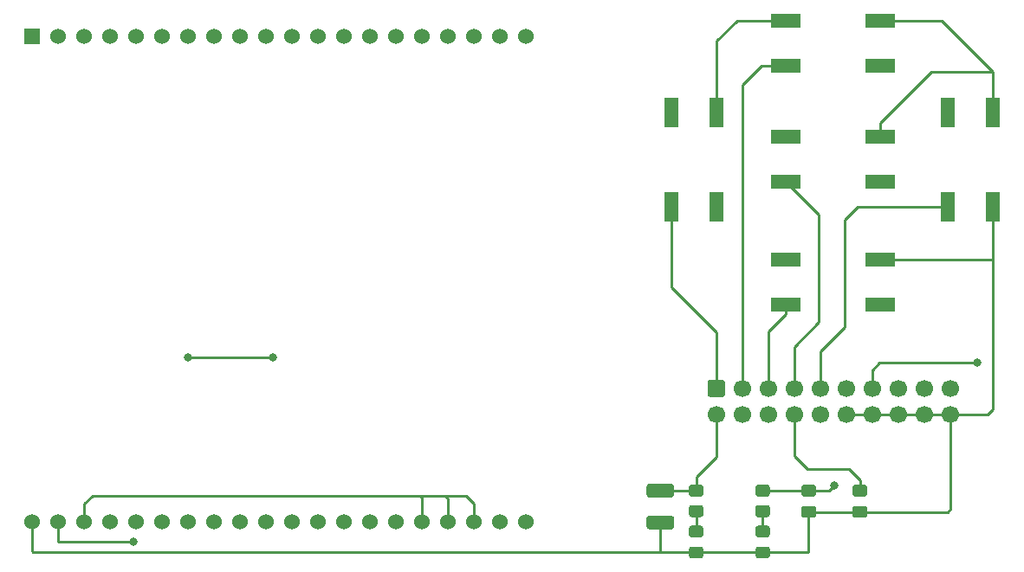
<source format=gbr>
%TF.GenerationSoftware,KiCad,Pcbnew,(5.1.10)-1*%
%TF.CreationDate,2022-03-09T11:46:58-05:00*%
%TF.ProjectId,PacMan-display,5061634d-616e-42d6-9469-73706c61792e,1.0*%
%TF.SameCoordinates,Original*%
%TF.FileFunction,Copper,L1,Top*%
%TF.FilePolarity,Positive*%
%FSLAX46Y46*%
G04 Gerber Fmt 4.6, Leading zero omitted, Abs format (unit mm)*
G04 Created by KiCad (PCBNEW (5.1.10)-1) date 2022-03-09 11:46:58*
%MOMM*%
%LPD*%
G01*
G04 APERTURE LIST*
%TA.AperFunction,ComponentPad*%
%ADD10C,1.524000*%
%TD*%
%TA.AperFunction,ComponentPad*%
%ADD11R,1.524000X1.524000*%
%TD*%
%TA.AperFunction,ComponentPad*%
%ADD12C,1.700000*%
%TD*%
%TA.AperFunction,SMDPad,CuDef*%
%ADD13R,3.000000X1.400000*%
%TD*%
%TA.AperFunction,SMDPad,CuDef*%
%ADD14R,1.400000X3.000000*%
%TD*%
%TA.AperFunction,ViaPad*%
%ADD15C,0.800000*%
%TD*%
%TA.AperFunction,Conductor*%
%ADD16C,0.250000*%
%TD*%
G04 APERTURE END LIST*
%TO.P,R2,2*%
%TO.N,Net-(D2-Pad2)*%
%TA.AperFunction,SMDPad,CuDef*%
G36*
G01*
X168233999Y-119898000D02*
X169134001Y-119898000D01*
G75*
G02*
X169384000Y-120147999I0J-249999D01*
G01*
X169384000Y-120848001D01*
G75*
G02*
X169134001Y-121098000I-249999J0D01*
G01*
X168233999Y-121098000D01*
G75*
G02*
X167984000Y-120848001I0J249999D01*
G01*
X167984000Y-120147999D01*
G75*
G02*
X168233999Y-119898000I249999J0D01*
G01*
G37*
%TD.AperFunction*%
%TO.P,R2,1*%
%TO.N,/TS_ACTIVE*%
%TA.AperFunction,SMDPad,CuDef*%
G36*
G01*
X168233999Y-117898000D02*
X169134001Y-117898000D01*
G75*
G02*
X169384000Y-118147999I0J-249999D01*
G01*
X169384000Y-118848001D01*
G75*
G02*
X169134001Y-119098000I-249999J0D01*
G01*
X168233999Y-119098000D01*
G75*
G02*
X167984000Y-118848001I0J249999D01*
G01*
X167984000Y-118147999D01*
G75*
G02*
X168233999Y-117898000I249999J0D01*
G01*
G37*
%TD.AperFunction*%
%TD*%
%TO.P,D2,2*%
%TO.N,Net-(D2-Pad2)*%
%TA.AperFunction,SMDPad,CuDef*%
G36*
G01*
X169134001Y-123073000D02*
X168233999Y-123073000D01*
G75*
G02*
X167984000Y-122823001I0J249999D01*
G01*
X167984000Y-122172999D01*
G75*
G02*
X168233999Y-121923000I249999J0D01*
G01*
X169134001Y-121923000D01*
G75*
G02*
X169384000Y-122172999I0J-249999D01*
G01*
X169384000Y-122823001D01*
G75*
G02*
X169134001Y-123073000I-249999J0D01*
G01*
G37*
%TD.AperFunction*%
%TO.P,D2,1*%
%TO.N,GND*%
%TA.AperFunction,SMDPad,CuDef*%
G36*
G01*
X169134001Y-125123000D02*
X168233999Y-125123000D01*
G75*
G02*
X167984000Y-124873001I0J249999D01*
G01*
X167984000Y-124222999D01*
G75*
G02*
X168233999Y-123973000I249999J0D01*
G01*
X169134001Y-123973000D01*
G75*
G02*
X169384000Y-124222999I0J-249999D01*
G01*
X169384000Y-124873001D01*
G75*
G02*
X169134001Y-125123000I-249999J0D01*
G01*
G37*
%TD.AperFunction*%
%TD*%
%TO.P,D1,2*%
%TO.N,Net-(D1-Pad2)*%
%TA.AperFunction,SMDPad,CuDef*%
G36*
G01*
X162634001Y-123073000D02*
X161733999Y-123073000D01*
G75*
G02*
X161484000Y-122823001I0J249999D01*
G01*
X161484000Y-122172999D01*
G75*
G02*
X161733999Y-121923000I249999J0D01*
G01*
X162634001Y-121923000D01*
G75*
G02*
X162884000Y-122172999I0J-249999D01*
G01*
X162884000Y-122823001D01*
G75*
G02*
X162634001Y-123073000I-249999J0D01*
G01*
G37*
%TD.AperFunction*%
%TO.P,D1,1*%
%TO.N,GND*%
%TA.AperFunction,SMDPad,CuDef*%
G36*
G01*
X162634001Y-125123000D02*
X161733999Y-125123000D01*
G75*
G02*
X161484000Y-124873001I0J249999D01*
G01*
X161484000Y-124222999D01*
G75*
G02*
X161733999Y-123973000I249999J0D01*
G01*
X162634001Y-123973000D01*
G75*
G02*
X162884000Y-124222999I0J-249999D01*
G01*
X162884000Y-124873001D01*
G75*
G02*
X162634001Y-125123000I-249999J0D01*
G01*
G37*
%TD.AperFunction*%
%TD*%
%TO.P,C3,2*%
%TO.N,GND*%
%TA.AperFunction,SMDPad,CuDef*%
G36*
G01*
X177709000Y-119985500D02*
X178659000Y-119985500D01*
G75*
G02*
X178909000Y-120235500I0J-250000D01*
G01*
X178909000Y-120910500D01*
G75*
G02*
X178659000Y-121160500I-250000J0D01*
G01*
X177709000Y-121160500D01*
G75*
G02*
X177459000Y-120910500I0J250000D01*
G01*
X177459000Y-120235500D01*
G75*
G02*
X177709000Y-119985500I250000J0D01*
G01*
G37*
%TD.AperFunction*%
%TO.P,C3,1*%
%TO.N,+3V3*%
%TA.AperFunction,SMDPad,CuDef*%
G36*
G01*
X177709000Y-117910500D02*
X178659000Y-117910500D01*
G75*
G02*
X178909000Y-118160500I0J-250000D01*
G01*
X178909000Y-118835500D01*
G75*
G02*
X178659000Y-119085500I-250000J0D01*
G01*
X177709000Y-119085500D01*
G75*
G02*
X177459000Y-118835500I0J250000D01*
G01*
X177459000Y-118160500D01*
G75*
G02*
X177709000Y-117910500I250000J0D01*
G01*
G37*
%TD.AperFunction*%
%TD*%
D10*
%TO.P,U1,40*%
%TO.N,Net-(U1-Pad40)*%
X145556000Y-121536000D03*
%TO.P,U1,39*%
%TO.N,Net-(U1-Pad39)*%
X143016000Y-121536000D03*
%TO.P,U1,38*%
%TO.N,/DISP_3V3*%
X140476000Y-121536000D03*
%TO.P,U1,37*%
X137936000Y-121536000D03*
%TO.P,U1,36*%
X135396000Y-121536000D03*
%TO.P,U1,35*%
%TO.N,Net-(U1-Pad35)*%
X132856000Y-121536000D03*
%TO.P,U1,34*%
%TO.N,Net-(U1-Pad34)*%
X130316000Y-121536000D03*
%TO.P,U1,33*%
%TO.N,Net-(U1-Pad33)*%
X127776000Y-121536000D03*
%TO.P,U1,32*%
%TO.N,Net-(U1-Pad32)*%
X125236000Y-121536000D03*
%TO.P,U1,31*%
%TO.N,Net-(U1-Pad31)*%
X122696000Y-121536000D03*
%TO.P,U1,30*%
%TO.N,Net-(U1-Pad30)*%
X120156000Y-121536000D03*
%TO.P,U1,29*%
%TO.N,/DISP_RST*%
X117616000Y-121536000D03*
%TO.P,U1,28*%
%TO.N,/DISP_DC*%
X115076000Y-121536000D03*
%TO.P,U1,27*%
%TO.N,/DISP_CS*%
X112536000Y-121536000D03*
%TO.P,U1,26*%
%TO.N,/DISP_MOSI*%
X109996000Y-121536000D03*
%TO.P,U1,25*%
%TO.N,Net-(U1-Pad25)*%
X107456000Y-121536000D03*
%TO.P,U1,24*%
%TO.N,/DISP_CLK*%
X104916000Y-121536000D03*
%TO.P,U1,23*%
%TO.N,/DISP_3V3*%
X102376000Y-121536000D03*
%TO.P,U1,22*%
%TO.N,+3V3*%
X99836000Y-121536000D03*
%TO.P,U1,21*%
%TO.N,GND*%
X97296000Y-121536000D03*
%TO.P,U1,20*%
%TO.N,Net-(U1-Pad20)*%
X145556000Y-74038000D03*
%TO.P,U1,19*%
%TO.N,Net-(U1-Pad19)*%
X143016000Y-74038000D03*
%TO.P,U1,18*%
%TO.N,Net-(U1-Pad18)*%
X140476000Y-74038000D03*
%TO.P,U1,17*%
%TO.N,Net-(U1-Pad17)*%
X137936000Y-74038000D03*
%TO.P,U1,16*%
%TO.N,Net-(U1-Pad16)*%
X135396000Y-74038000D03*
%TO.P,U1,15*%
%TO.N,Net-(U1-Pad15)*%
X132856000Y-74038000D03*
%TO.P,U1,14*%
%TO.N,Net-(U1-Pad14)*%
X130316000Y-74038000D03*
%TO.P,U1,13*%
%TO.N,Net-(U1-Pad13)*%
X127776000Y-74038000D03*
%TO.P,U1,12*%
%TO.N,Net-(U1-Pad12)*%
X125236000Y-74038000D03*
%TO.P,U1,11*%
%TO.N,Net-(U1-Pad11)*%
X122696000Y-74038000D03*
%TO.P,U1,10*%
%TO.N,Net-(U1-Pad10)*%
X120156000Y-74038000D03*
%TO.P,U1,9*%
%TO.N,Net-(U1-Pad9)*%
X117616000Y-74038000D03*
%TO.P,U1,8*%
%TO.N,Net-(U1-Pad8)*%
X115076000Y-74038000D03*
%TO.P,U1,7*%
%TO.N,Net-(U1-Pad7)*%
X112536000Y-74038000D03*
%TO.P,U1,6*%
%TO.N,Net-(U1-Pad6)*%
X109996000Y-74038000D03*
%TO.P,U1,5*%
%TO.N,Net-(U1-Pad5)*%
X107456000Y-74038000D03*
%TO.P,U1,4*%
%TO.N,Net-(U1-Pad4)*%
X104916000Y-74038000D03*
%TO.P,U1,3*%
%TO.N,Net-(U1-Pad3)*%
X102376000Y-74038000D03*
%TO.P,U1,2*%
%TO.N,Net-(U1-Pad2)*%
X99836000Y-74038000D03*
D11*
%TO.P,U1,1*%
%TO.N,Net-(U1-Pad1)*%
X97296000Y-74038000D03*
%TD*%
%TO.P,R1,2*%
%TO.N,Net-(D1-Pad2)*%
%TA.AperFunction,SMDPad,CuDef*%
G36*
G01*
X161733999Y-119898000D02*
X162634001Y-119898000D01*
G75*
G02*
X162884000Y-120147999I0J-249999D01*
G01*
X162884000Y-120848001D01*
G75*
G02*
X162634001Y-121098000I-249999J0D01*
G01*
X161733999Y-121098000D01*
G75*
G02*
X161484000Y-120848001I0J249999D01*
G01*
X161484000Y-120147999D01*
G75*
G02*
X161733999Y-119898000I249999J0D01*
G01*
G37*
%TD.AperFunction*%
%TO.P,R1,1*%
%TO.N,+24V*%
%TA.AperFunction,SMDPad,CuDef*%
G36*
G01*
X161733999Y-117898000D02*
X162634001Y-117898000D01*
G75*
G02*
X162884000Y-118147999I0J-249999D01*
G01*
X162884000Y-118848001D01*
G75*
G02*
X162634001Y-119098000I-249999J0D01*
G01*
X161733999Y-119098000D01*
G75*
G02*
X161484000Y-118848001I0J249999D01*
G01*
X161484000Y-118147999D01*
G75*
G02*
X161733999Y-117898000I249999J0D01*
G01*
G37*
%TD.AperFunction*%
%TD*%
D12*
%TO.P,J1,20*%
%TO.N,GND*%
X187014000Y-111038000D03*
%TO.P,J1,18*%
X184474000Y-111038000D03*
%TO.P,J1,16*%
X181934000Y-111038000D03*
%TO.P,J1,14*%
X179394000Y-111038000D03*
%TO.P,J1,12*%
X176854000Y-111038000D03*
%TO.P,J1,10*%
%TO.N,/DISP_CLK*%
X174314000Y-111038000D03*
%TO.P,J1,8*%
%TO.N,+3V3*%
X171774000Y-111038000D03*
%TO.P,J1,6*%
%TO.N,Net-(J1-Pad6)*%
X169234000Y-111038000D03*
%TO.P,J1,4*%
%TO.N,Net-(J1-Pad4)*%
X166694000Y-111038000D03*
%TO.P,J1,2*%
%TO.N,+24V*%
X164154000Y-111038000D03*
%TO.P,J1,19*%
%TO.N,/DISP_MOSI*%
X187014000Y-108498000D03*
%TO.P,J1,17*%
%TO.N,/DISP_DC*%
X184474000Y-108498000D03*
%TO.P,J1,15*%
%TO.N,/DISP_RST*%
X181934000Y-108498000D03*
%TO.P,J1,13*%
%TO.N,/TS_ACTIVE*%
X179394000Y-108498000D03*
%TO.P,J1,11*%
%TO.N,/DISP_CS*%
X176854000Y-108498000D03*
%TO.P,J1,9*%
%TO.N,/BTN_RIGHT*%
X174314000Y-108498000D03*
%TO.P,J1,7*%
%TO.N,/BTN_CENTER*%
X171774000Y-108498000D03*
%TO.P,J1,5*%
%TO.N,/BTN_DOWN*%
X169234000Y-108498000D03*
%TO.P,J1,3*%
%TO.N,/BTN_UP*%
X166694000Y-108498000D03*
%TO.P,J1,1*%
%TO.N,/BTN_LEFT*%
%TA.AperFunction,ComponentPad*%
G36*
G01*
X163554000Y-107648000D02*
X164754000Y-107648000D01*
G75*
G02*
X165004000Y-107898000I0J-250000D01*
G01*
X165004000Y-109098000D01*
G75*
G02*
X164754000Y-109348000I-250000J0D01*
G01*
X163554000Y-109348000D01*
G75*
G02*
X163304000Y-109098000I0J250000D01*
G01*
X163304000Y-107898000D01*
G75*
G02*
X163554000Y-107648000I250000J0D01*
G01*
G37*
%TD.AperFunction*%
%TD*%
%TO.P,C2,2*%
%TO.N,GND*%
%TA.AperFunction,SMDPad,CuDef*%
G36*
G01*
X172709000Y-119985500D02*
X173659000Y-119985500D01*
G75*
G02*
X173909000Y-120235500I0J-250000D01*
G01*
X173909000Y-120910500D01*
G75*
G02*
X173659000Y-121160500I-250000J0D01*
G01*
X172709000Y-121160500D01*
G75*
G02*
X172459000Y-120910500I0J250000D01*
G01*
X172459000Y-120235500D01*
G75*
G02*
X172709000Y-119985500I250000J0D01*
G01*
G37*
%TD.AperFunction*%
%TO.P,C2,1*%
%TO.N,/TS_ACTIVE*%
%TA.AperFunction,SMDPad,CuDef*%
G36*
G01*
X172709000Y-117910500D02*
X173659000Y-117910500D01*
G75*
G02*
X173909000Y-118160500I0J-250000D01*
G01*
X173909000Y-118835500D01*
G75*
G02*
X173659000Y-119085500I-250000J0D01*
G01*
X172709000Y-119085500D01*
G75*
G02*
X172459000Y-118835500I0J250000D01*
G01*
X172459000Y-118160500D01*
G75*
G02*
X172709000Y-117910500I250000J0D01*
G01*
G37*
%TD.AperFunction*%
%TD*%
%TO.P,C1,2*%
%TO.N,GND*%
%TA.AperFunction,SMDPad,CuDef*%
G36*
G01*
X157583998Y-120960500D02*
X159784002Y-120960500D01*
G75*
G02*
X160034000Y-121210498I0J-249998D01*
G01*
X160034000Y-122035502D01*
G75*
G02*
X159784002Y-122285500I-249998J0D01*
G01*
X157583998Y-122285500D01*
G75*
G02*
X157334000Y-122035502I0J249998D01*
G01*
X157334000Y-121210498D01*
G75*
G02*
X157583998Y-120960500I249998J0D01*
G01*
G37*
%TD.AperFunction*%
%TO.P,C1,1*%
%TO.N,+24V*%
%TA.AperFunction,SMDPad,CuDef*%
G36*
G01*
X157583998Y-117835500D02*
X159784002Y-117835500D01*
G75*
G02*
X160034000Y-118085498I0J-249998D01*
G01*
X160034000Y-118910502D01*
G75*
G02*
X159784002Y-119160500I-249998J0D01*
G01*
X157583998Y-119160500D01*
G75*
G02*
X157334000Y-118910502I0J249998D01*
G01*
X157334000Y-118085498D01*
G75*
G02*
X157583998Y-117835500I249998J0D01*
G01*
G37*
%TD.AperFunction*%
%TD*%
D13*
%TO.P,BTN5,1*%
%TO.N,GND*%
X180184000Y-83898000D03*
%TO.P,BTN5,2*%
%TO.N,/BTN_CENTER*%
X180184000Y-88298000D03*
X170984000Y-88298000D03*
%TO.P,BTN5,1*%
%TO.N,GND*%
X170984000Y-83898000D03*
%TD*%
%TO.P,BTN4,1*%
%TO.N,GND*%
X180184000Y-95898000D03*
%TO.P,BTN4,2*%
%TO.N,/BTN_DOWN*%
X180184000Y-100298000D03*
X170984000Y-100298000D03*
%TO.P,BTN4,1*%
%TO.N,GND*%
X170984000Y-95898000D03*
%TD*%
%TO.P,BTN3,1*%
%TO.N,GND*%
X180184000Y-72498000D03*
%TO.P,BTN3,2*%
%TO.N,/BTN_UP*%
X180184000Y-76898000D03*
X170984000Y-76898000D03*
%TO.P,BTN3,1*%
%TO.N,GND*%
X170984000Y-72498000D03*
%TD*%
D14*
%TO.P,BTN2,1*%
%TO.N,GND*%
X191184000Y-90698000D03*
%TO.P,BTN2,2*%
%TO.N,/BTN_RIGHT*%
X186784000Y-90698000D03*
X186784000Y-81498000D03*
%TO.P,BTN2,1*%
%TO.N,GND*%
X191184000Y-81498000D03*
%TD*%
%TO.P,BTN1,1*%
%TO.N,GND*%
X164184000Y-90698000D03*
%TO.P,BTN1,2*%
%TO.N,/BTN_LEFT*%
X159784000Y-90698000D03*
X159784000Y-81498000D03*
%TO.P,BTN1,1*%
%TO.N,GND*%
X164184000Y-81498000D03*
%TD*%
D15*
%TO.N,+3V3*%
X107184000Y-123498000D03*
%TO.N,/DISP_CS*%
X120859000Y-105498000D03*
X112484000Y-105498000D03*
%TO.N,/TS_ACTIVE*%
X175684000Y-117998000D03*
X189684000Y-105998000D03*
%TD*%
D16*
%TO.N,GND*%
X158684000Y-121623000D02*
X158684000Y-124498000D01*
X187014000Y-111038000D02*
X176854000Y-111038000D01*
X173184000Y-120573000D02*
X177184000Y-120573000D01*
X173134000Y-120623000D02*
X173184000Y-120573000D01*
X187014000Y-120318000D02*
X186759000Y-120573000D01*
X187014000Y-111038000D02*
X187014000Y-120318000D01*
X177184000Y-120573000D02*
X186759000Y-120573000D01*
X97296000Y-124410000D02*
X97296000Y-121536000D01*
X97384000Y-124498000D02*
X97296000Y-124410000D01*
X158684000Y-124498000D02*
X97384000Y-124498000D01*
X170984000Y-72498000D02*
X166184000Y-72498000D01*
X164184000Y-74498000D02*
X164184000Y-81498000D01*
X166184000Y-72498000D02*
X164184000Y-74498000D01*
X187014000Y-111038000D02*
X190644000Y-111038000D01*
X191184000Y-110498000D02*
X191184000Y-106868000D01*
X190644000Y-111038000D02*
X191184000Y-110498000D01*
X191184000Y-106868000D02*
X191184000Y-90698000D01*
X180184000Y-95898000D02*
X191184000Y-95898000D01*
X180184000Y-72498000D02*
X186184000Y-72498000D01*
X186184000Y-72498000D02*
X191184000Y-77498000D01*
X191184000Y-77498000D02*
X191184000Y-81498000D01*
X180184000Y-83898000D02*
X180184000Y-82498000D01*
X185184000Y-77498000D02*
X191184000Y-77498000D01*
X180184000Y-82498000D02*
X185184000Y-77498000D01*
X158684000Y-124498000D02*
X162134000Y-124498000D01*
X162134000Y-124498000D02*
X162184000Y-124548000D01*
X173184000Y-124498000D02*
X173184000Y-120573000D01*
X162184000Y-124498000D02*
X173184000Y-124498000D01*
%TO.N,/BTN_LEFT*%
X164154000Y-108498000D02*
X164154000Y-102968000D01*
X159784000Y-98598000D02*
X159784000Y-90698000D01*
X164154000Y-102968000D02*
X159784000Y-98598000D01*
%TO.N,/BTN_RIGHT*%
X177984000Y-90698000D02*
X186784000Y-90698000D01*
X176684000Y-91998000D02*
X177984000Y-90698000D01*
X176684000Y-102498000D02*
X176684000Y-91998000D01*
X174314000Y-104868000D02*
X176684000Y-102498000D01*
X174314000Y-108498000D02*
X174314000Y-104868000D01*
%TO.N,/BTN_UP*%
X170984000Y-76898000D02*
X168584000Y-76898000D01*
X168584000Y-76898000D02*
X168084000Y-77398000D01*
X166694000Y-78788000D02*
X168084000Y-77398000D01*
X166694000Y-108498000D02*
X166694000Y-78788000D01*
%TO.N,/BTN_DOWN*%
X169234000Y-108498000D02*
X169234000Y-102948000D01*
X170984000Y-101198000D02*
X170984000Y-100298000D01*
X169234000Y-102948000D02*
X170984000Y-101198000D01*
%TO.N,/BTN_CENTER*%
X171774000Y-108498000D02*
X171774000Y-104408000D01*
X171774000Y-104408000D02*
X174184000Y-101998000D01*
X174184000Y-91498000D02*
X170984000Y-88298000D01*
X174184000Y-101998000D02*
X174184000Y-91498000D01*
%TO.N,+24V*%
X158684000Y-118498000D02*
X162184000Y-118498000D01*
X164154000Y-115198000D02*
X162184000Y-117168000D01*
X162184000Y-118498000D02*
X162184000Y-117168000D01*
X164154000Y-111038000D02*
X164154000Y-115198000D01*
%TO.N,+3V3*%
X171774000Y-111038000D02*
X171724000Y-111038000D01*
X172184000Y-111448000D02*
X171774000Y-111038000D01*
X173084000Y-116398000D02*
X171784000Y-115098000D01*
X176184000Y-116398000D02*
X173084000Y-116398000D01*
X171784000Y-115098000D02*
X171784000Y-111098000D01*
X99825200Y-123498000D02*
X99836000Y-121536000D01*
X107184000Y-123498000D02*
X99825200Y-123498000D01*
X177084000Y-116398000D02*
X176184000Y-116398000D01*
X178184000Y-117498000D02*
X177084000Y-116398000D01*
X178184000Y-118498000D02*
X178184000Y-117498000D01*
%TO.N,Net-(D1-Pad2)*%
X162184000Y-120498000D02*
X162184000Y-122498000D01*
%TO.N,/DISP_CS*%
X112484000Y-105498000D02*
X112484000Y-105498000D01*
X112484000Y-105498000D02*
X120859000Y-105498000D01*
%TO.N,/DISP_3V3*%
X140184000Y-121244000D02*
X140476000Y-121536000D01*
X140476000Y-121536000D02*
X140476000Y-119790000D01*
X140476000Y-119790000D02*
X139684000Y-118998000D01*
X102376000Y-119806000D02*
X103184000Y-118998000D01*
X102376000Y-121536000D02*
X102376000Y-119806000D01*
X103184000Y-118998000D02*
X135184000Y-118998000D01*
X137936000Y-121536000D02*
X137936000Y-119250000D01*
X137936000Y-119250000D02*
X137684000Y-118998000D01*
X137684000Y-118998000D02*
X139684000Y-118998000D01*
X135184000Y-118998000D02*
X137684000Y-118998000D01*
X135396000Y-121536000D02*
X135396000Y-119210000D01*
X135396000Y-119210000D02*
X135184000Y-118998000D01*
%TO.N,/TS_ACTIVE*%
X168194000Y-118008000D02*
X168684000Y-118498000D01*
X173184000Y-118498000D02*
X168684000Y-118498000D01*
X179394000Y-108498000D02*
X179394000Y-106708000D01*
X175184000Y-118498000D02*
X175684000Y-117998000D01*
X173184000Y-118498000D02*
X175184000Y-118498000D01*
X180104000Y-105998000D02*
X179394000Y-106708000D01*
X189684000Y-105998000D02*
X180104000Y-105998000D01*
%TO.N,Net-(D2-Pad2)*%
X168684000Y-122498000D02*
X168684000Y-120498000D01*
%TD*%
M02*

</source>
